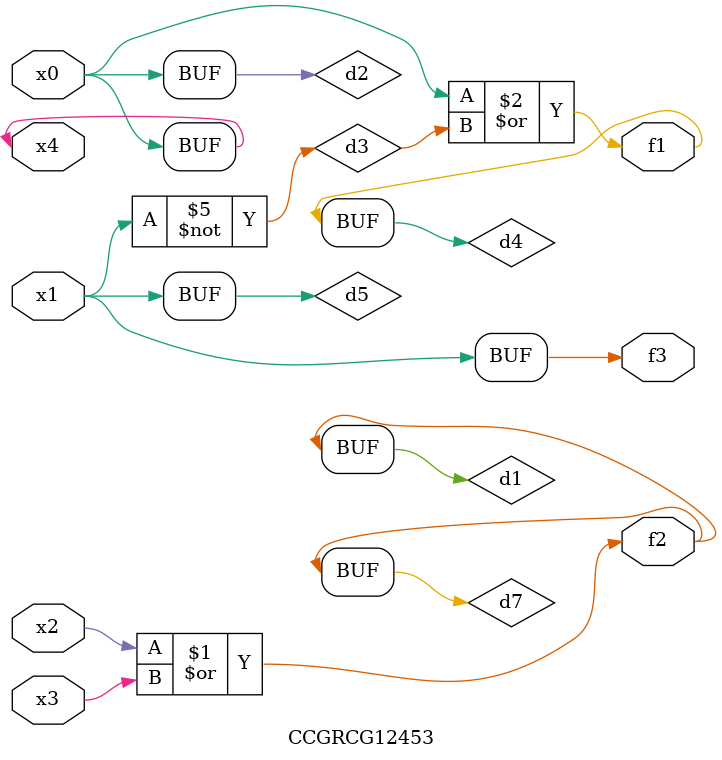
<source format=v>
module CCGRCG12453(
	input x0, x1, x2, x3, x4,
	output f1, f2, f3
);

	wire d1, d2, d3, d4, d5, d6, d7;

	or (d1, x2, x3);
	buf (d2, x0, x4);
	not (d3, x1);
	or (d4, d2, d3);
	not (d5, d3);
	nand (d6, d1, d3);
	or (d7, d1);
	assign f1 = d4;
	assign f2 = d7;
	assign f3 = d5;
endmodule

</source>
